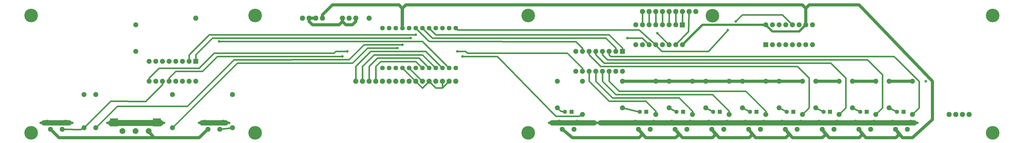
<source format=gbl>
G04 MADE WITH FRITZING*
G04 WWW.FRITZING.ORG*
G04 DOUBLE SIDED*
G04 HOLES PLATED*
G04 CONTOUR ON CENTER OF CONTOUR VECTOR*
%ASAXBY*%
%FSLAX23Y23*%
%MOIN*%
%OFA0B0*%
%SFA1.0B1.0*%
%ADD10C,0.078000*%
%ADD11C,0.039370*%
%ADD12C,0.075000*%
%ADD13C,0.204725*%
%ADD14C,0.087000*%
%ADD15C,0.088000*%
%ADD16C,0.123000*%
%ADD17C,0.062992*%
%ADD18C,0.070361*%
%ADD19R,0.075000X0.075000*%
%ADD20R,0.123000X0.123000*%
%ADD21R,0.062992X0.062992*%
%ADD22C,0.024000*%
%ADD23C,0.048000*%
%ADD24C,0.080000*%
%ADD25C,0.090000*%
%ADD26C,0.032000*%
%ADD27C,0.020000*%
%ADD28R,0.001000X0.001000*%
%LNCOPPER0*%
G90*
G70*
G54D10*
X5230Y1891D03*
X14230Y441D03*
X14130Y441D03*
X14030Y441D03*
X13930Y441D03*
G54D11*
X304Y316D03*
X779Y316D03*
X9555Y1666D03*
X9105Y1591D03*
X5730Y1491D03*
X5655Y1441D03*
X6630Y1316D03*
X4830Y1316D03*
X2980Y1541D03*
X8655Y316D03*
X7930Y316D03*
X13455Y316D03*
X1305Y316D03*
X3130Y316D03*
X2155Y316D03*
X2680Y316D03*
X5930Y1641D03*
X6555Y1391D03*
X4905Y1391D03*
X5855Y1591D03*
G54D12*
X2630Y1241D03*
X2630Y941D03*
X2530Y1241D03*
X2530Y941D03*
X2430Y1241D03*
X2430Y941D03*
X2330Y1241D03*
X2330Y941D03*
X2230Y1241D03*
X2230Y941D03*
X2130Y1241D03*
X2130Y941D03*
X2030Y1241D03*
X2030Y941D03*
X1930Y1241D03*
X1930Y941D03*
X9030Y1391D03*
X9030Y1091D03*
X8930Y1391D03*
X8930Y1091D03*
X8830Y1391D03*
X8830Y1091D03*
X8730Y1391D03*
X8730Y1091D03*
X8630Y1391D03*
X8630Y1091D03*
X8530Y1391D03*
X8530Y1091D03*
X8430Y1391D03*
X8430Y1091D03*
X8330Y1391D03*
X8330Y1091D03*
G54D10*
X2630Y1891D03*
X6530Y941D03*
X6430Y941D03*
X6330Y941D03*
X6230Y941D03*
X6130Y941D03*
X6030Y941D03*
X5930Y941D03*
X5830Y941D03*
X5730Y941D03*
X5630Y941D03*
X5530Y941D03*
X5430Y941D03*
X5330Y941D03*
X5230Y941D03*
X5130Y941D03*
X5030Y941D03*
G54D13*
X14586Y166D03*
X14586Y1931D03*
X10380Y1930D03*
X7617Y166D03*
X3523Y166D03*
X163Y166D03*
X163Y1931D03*
X7619Y1933D03*
X3522Y1932D03*
G54D10*
X10130Y1991D03*
X10030Y1991D03*
X9930Y1991D03*
X9830Y1991D03*
X9730Y1991D03*
X9630Y1991D03*
X9530Y1991D03*
X9430Y1991D03*
X9330Y1991D03*
X4230Y1891D03*
X4330Y1891D03*
X4430Y1891D03*
X4530Y1891D03*
X5030Y1891D03*
X4930Y1891D03*
X4830Y1891D03*
G54D11*
X10610Y1711D03*
X10730Y1841D03*
X13580Y941D03*
G54D12*
X2991Y220D03*
X2814Y220D03*
G54D14*
X3041Y318D03*
X2765Y318D03*
G54D15*
X1530Y191D03*
X1727Y191D03*
X1924Y191D03*
G54D16*
X1406Y322D03*
X2048Y322D03*
G54D12*
X11653Y220D03*
X11476Y220D03*
G54D14*
X11702Y318D03*
X11426Y318D03*
G54D12*
X11102Y220D03*
X10925Y220D03*
G54D14*
X11151Y318D03*
X10875Y318D03*
G54D12*
X10550Y220D03*
X10373Y220D03*
G54D14*
X10600Y318D03*
X10324Y318D03*
G54D12*
X9999Y220D03*
X9822Y220D03*
G54D14*
X10049Y318D03*
X9773Y318D03*
G54D12*
X9448Y220D03*
X9271Y220D03*
G54D14*
X9497Y318D03*
X9222Y318D03*
G54D12*
X8306Y220D03*
X8129Y220D03*
G54D14*
X8356Y318D03*
X8080Y318D03*
G54D12*
X629Y220D03*
X452Y220D03*
G54D14*
X679Y318D03*
X403Y318D03*
G54D12*
X12204Y220D03*
X12027Y220D03*
G54D14*
X12253Y318D03*
X11977Y318D03*
G54D12*
X12755Y220D03*
X12578Y220D03*
G54D14*
X12805Y318D03*
X12529Y318D03*
G54D12*
X13306Y220D03*
X13129Y220D03*
G54D14*
X13356Y318D03*
X13080Y318D03*
G54D12*
X1730Y1791D03*
X1730Y1391D03*
G54D17*
X9389Y481D03*
X9291Y481D03*
X9940Y481D03*
X9842Y481D03*
X10491Y481D03*
X10393Y481D03*
X11043Y481D03*
X10944Y481D03*
X11594Y481D03*
X11495Y481D03*
X12145Y481D03*
X12047Y481D03*
X12696Y481D03*
X12598Y481D03*
X13247Y481D03*
X13149Y481D03*
X8267Y481D03*
X8168Y481D03*
G54D12*
X8055Y941D03*
X8055Y541D03*
X13030Y941D03*
X13030Y541D03*
X12480Y941D03*
X12480Y541D03*
X11930Y941D03*
X11930Y541D03*
X11380Y941D03*
X11380Y541D03*
X10830Y941D03*
X10830Y541D03*
X10280Y941D03*
X10280Y541D03*
X9730Y941D03*
X9730Y541D03*
X9030Y941D03*
X9030Y541D03*
X13380Y441D03*
X13380Y941D03*
X12830Y441D03*
X12830Y941D03*
X12280Y441D03*
X12280Y941D03*
X11730Y441D03*
X11730Y941D03*
X11180Y441D03*
X11180Y941D03*
X10630Y441D03*
X10630Y941D03*
X10080Y441D03*
X10080Y941D03*
X9530Y441D03*
X9530Y941D03*
X8430Y441D03*
X8430Y941D03*
X1130Y241D03*
X1130Y741D03*
X2280Y241D03*
X2280Y741D03*
X3180Y241D03*
X3180Y741D03*
X955Y241D03*
X955Y741D03*
X9930Y1791D03*
X9930Y1491D03*
X9830Y1791D03*
X9830Y1491D03*
X9730Y1791D03*
X9730Y1491D03*
X9630Y1791D03*
X9630Y1491D03*
X9530Y1791D03*
X9530Y1491D03*
X9430Y1791D03*
X9430Y1491D03*
X9330Y1791D03*
X9330Y1491D03*
X9230Y1791D03*
X9230Y1491D03*
X11180Y1491D03*
X11180Y1791D03*
X11280Y1491D03*
X11280Y1791D03*
X11380Y1491D03*
X11380Y1791D03*
X11480Y1491D03*
X11480Y1791D03*
X11580Y1491D03*
X11580Y1791D03*
X11680Y1491D03*
X11680Y1791D03*
X11780Y1491D03*
X11780Y1791D03*
X11880Y1491D03*
X11880Y1791D03*
G54D18*
X5430Y1141D03*
X5530Y1141D03*
X5630Y1141D03*
X5730Y1141D03*
X5830Y1141D03*
X5930Y1141D03*
X6030Y1141D03*
X6130Y1141D03*
X6230Y1141D03*
X6330Y1141D03*
X6430Y1141D03*
X6530Y1141D03*
X5430Y1741D03*
X5530Y1741D03*
X5630Y1741D03*
X5730Y1741D03*
X5830Y1741D03*
X5930Y1741D03*
X6030Y1741D03*
X6130Y1741D03*
X6230Y1741D03*
X6330Y1741D03*
X6430Y1741D03*
X6530Y1741D03*
G54D19*
X2630Y1241D03*
X9030Y1391D03*
G54D20*
X1406Y322D03*
X2048Y322D03*
G54D21*
X9389Y481D03*
X9940Y481D03*
X10491Y481D03*
X11043Y481D03*
X11594Y481D03*
X12145Y481D03*
X12696Y481D03*
X13247Y481D03*
X8267Y481D03*
G54D19*
X11180Y1491D03*
G54D22*
X8830Y1341D02*
X8830Y1362D01*
D02*
X13480Y541D02*
X13480Y941D01*
D02*
X13480Y941D02*
X13105Y1317D01*
D02*
X13105Y1317D02*
X8855Y1316D01*
D02*
X8855Y1316D02*
X8830Y1341D01*
D02*
X13400Y461D02*
X13480Y541D01*
G54D23*
D02*
X13340Y941D02*
X13069Y941D01*
G54D24*
D02*
X733Y316D02*
X351Y316D01*
G54D23*
D02*
X2005Y91D02*
X1953Y155D01*
D02*
X2680Y91D02*
X2005Y91D01*
D02*
X2786Y192D02*
X2680Y91D01*
G54D22*
D02*
X9330Y1591D02*
X9409Y1511D01*
D02*
X9123Y1591D02*
X9330Y1591D01*
D02*
X9568Y1652D02*
X9709Y1511D01*
D02*
X9280Y1716D02*
X9508Y1510D01*
D02*
X6555Y1716D02*
X9280Y1716D01*
D02*
X6550Y1720D02*
X6555Y1716D01*
D02*
X8030Y417D02*
X8380Y415D01*
D02*
X8380Y415D02*
X8404Y428D01*
D02*
X7155Y1316D02*
X8030Y417D01*
D02*
X6648Y1316D02*
X7155Y1316D01*
D02*
X6030Y1541D02*
X6409Y1161D01*
D02*
X2998Y1541D02*
X6030Y1541D01*
D02*
X3255Y1217D02*
X2300Y261D01*
D02*
X4980Y1217D02*
X3255Y1217D01*
D02*
X5207Y1441D02*
X4980Y1217D01*
D02*
X5636Y1441D02*
X5207Y1441D01*
D02*
X2231Y991D02*
X2231Y969D01*
D02*
X2331Y1091D02*
X2231Y991D01*
D02*
X2731Y1091D02*
X2331Y1091D01*
D02*
X2954Y1317D02*
X2731Y1091D01*
D02*
X4811Y1316D02*
X2954Y1317D01*
D02*
X2505Y565D02*
X1454Y565D01*
D02*
X1454Y565D02*
X1150Y261D01*
D02*
X4931Y1269D02*
X3205Y1265D01*
D02*
X3205Y1265D02*
X2505Y565D01*
D02*
X5154Y1491D02*
X4931Y1269D01*
D02*
X5711Y1491D02*
X5154Y1491D01*
G54D24*
D02*
X13408Y316D02*
X8701Y316D01*
D02*
X8608Y316D02*
X7976Y316D01*
G54D25*
D02*
X1357Y316D02*
X2102Y316D01*
G54D24*
D02*
X3083Y316D02*
X2726Y316D01*
G54D22*
D02*
X8431Y1442D02*
X8430Y1419D01*
D02*
X8331Y1540D02*
X8431Y1442D01*
D02*
X6130Y1541D02*
X8331Y1540D01*
D02*
X5950Y1720D02*
X6130Y1541D01*
D02*
X2531Y1339D02*
X2530Y1269D01*
D02*
X2830Y1641D02*
X2531Y1339D01*
D02*
X5911Y1641D02*
X2830Y1641D01*
D02*
X8431Y1140D02*
X8430Y1119D01*
D02*
X8205Y1365D02*
X8431Y1140D01*
D02*
X6705Y1365D02*
X8205Y1365D01*
D02*
X6680Y1391D02*
X6705Y1365D01*
D02*
X6573Y1391D02*
X6680Y1391D01*
D02*
X2905Y1365D02*
X2680Y1139D01*
D02*
X2680Y1139D02*
X2080Y1139D01*
D02*
X2080Y1139D02*
X1931Y991D01*
D02*
X1931Y991D02*
X1931Y969D01*
D02*
X4704Y1365D02*
X2905Y1365D01*
D02*
X4730Y1391D02*
X4704Y1365D01*
D02*
X4886Y1391D02*
X4730Y1391D01*
D02*
X2131Y891D02*
X2131Y912D01*
D02*
X1880Y639D02*
X2131Y891D01*
D02*
X1355Y641D02*
X1880Y639D01*
D02*
X975Y261D02*
X1355Y641D01*
D02*
X2631Y1343D02*
X2630Y1269D01*
D02*
X2880Y1591D02*
X2631Y1343D01*
D02*
X5836Y1591D02*
X2880Y1591D01*
G54D23*
D02*
X5728Y2039D02*
X5729Y1781D01*
D02*
X5680Y2091D02*
X5728Y2039D01*
D02*
X4680Y2091D02*
X5680Y2091D01*
D02*
X4530Y1941D02*
X4680Y2091D01*
D02*
X4530Y1932D02*
X4530Y1941D01*
D02*
X11780Y2039D02*
X11780Y1831D01*
D02*
X11731Y2091D02*
X11780Y2039D01*
D02*
X5780Y2091D02*
X11731Y2091D01*
D02*
X5731Y2039D02*
X5780Y2091D01*
D02*
X5730Y1781D02*
X5731Y2039D01*
D02*
X11780Y2039D02*
X11831Y2091D01*
D02*
X13680Y365D02*
X13380Y91D01*
D02*
X13680Y941D02*
X13680Y365D01*
D02*
X13231Y91D02*
X13154Y189D01*
D02*
X12580Y2091D02*
X13680Y941D01*
D02*
X13380Y91D02*
X13231Y91D01*
D02*
X11831Y2091D02*
X12580Y2091D01*
D02*
X11780Y1831D02*
X11780Y2039D01*
G54D22*
D02*
X8730Y1341D02*
X8730Y1362D01*
D02*
X12930Y1041D02*
X12705Y1266D01*
D02*
X12930Y541D02*
X12930Y1041D01*
D02*
X12705Y1266D02*
X8805Y1266D01*
D02*
X8805Y1266D02*
X8730Y1341D01*
D02*
X12850Y461D02*
X12930Y541D01*
D02*
X8630Y1341D02*
X8630Y1362D01*
D02*
X12155Y1216D02*
X8755Y1216D01*
D02*
X12380Y541D02*
X12380Y991D01*
D02*
X12380Y991D02*
X12155Y1216D01*
D02*
X8755Y1216D02*
X8630Y1341D01*
D02*
X12300Y461D02*
X12380Y541D01*
D02*
X11830Y991D02*
X11655Y1166D01*
D02*
X11830Y541D02*
X11830Y991D01*
D02*
X11655Y1166D02*
X8705Y1166D01*
D02*
X8530Y1341D02*
X8530Y1362D01*
D02*
X8705Y1166D02*
X8530Y1341D01*
D02*
X11750Y461D02*
X11830Y541D01*
D02*
X8830Y941D02*
X8830Y1062D01*
D02*
X10880Y791D02*
X8980Y791D01*
D02*
X11180Y491D02*
X10880Y791D01*
D02*
X8980Y791D02*
X8830Y941D01*
D02*
X11180Y469D02*
X11180Y491D01*
D02*
X10380Y741D02*
X8930Y741D01*
D02*
X10630Y491D02*
X10380Y741D01*
D02*
X10630Y469D02*
X10630Y491D01*
D02*
X8930Y741D02*
X8730Y941D01*
D02*
X8730Y941D02*
X8730Y1062D01*
D02*
X10080Y491D02*
X9880Y691D01*
D02*
X9880Y691D02*
X8880Y691D01*
D02*
X8880Y691D02*
X8630Y941D01*
D02*
X8630Y941D02*
X8630Y1062D01*
D02*
X10080Y469D02*
X10080Y491D01*
D02*
X9530Y491D02*
X9380Y641D01*
D02*
X9380Y641D02*
X8830Y641D01*
D02*
X8830Y641D02*
X8530Y941D01*
D02*
X8530Y941D02*
X8530Y1062D01*
D02*
X9530Y469D02*
X9530Y491D01*
D02*
X6230Y1641D02*
X6150Y1720D01*
D02*
X8830Y1641D02*
X6230Y1641D01*
D02*
X9030Y1441D02*
X8830Y1641D01*
D02*
X9030Y1419D02*
X9030Y1441D01*
D02*
X6180Y1591D02*
X6050Y1720D01*
D02*
X8780Y1591D02*
X6180Y1591D01*
D02*
X8930Y1441D02*
X8780Y1591D01*
D02*
X8930Y1419D02*
X8930Y1441D01*
G54D23*
D02*
X13131Y91D02*
X12680Y91D01*
D02*
X12680Y91D02*
X12603Y189D01*
D02*
X13180Y139D02*
X13131Y91D01*
D02*
X13150Y186D02*
X13180Y139D01*
D02*
X12580Y91D02*
X12131Y91D01*
D02*
X12131Y91D02*
X12052Y189D01*
D02*
X12631Y139D02*
X12580Y91D01*
D02*
X12600Y187D02*
X12631Y139D01*
D02*
X12049Y186D02*
X12080Y139D01*
D02*
X12080Y139D02*
X12028Y91D01*
D02*
X12028Y91D02*
X11580Y91D01*
D02*
X11580Y91D02*
X11501Y189D01*
D02*
X11028Y91D02*
X10949Y189D01*
D02*
X11480Y91D02*
X11028Y91D01*
D02*
X11531Y139D02*
X11480Y91D01*
D02*
X11498Y187D02*
X11531Y139D01*
D02*
X10480Y91D02*
X10399Y189D01*
D02*
X10931Y91D02*
X10480Y91D01*
D02*
X10980Y139D02*
X10931Y91D01*
D02*
X10947Y187D02*
X10980Y139D01*
D02*
X10428Y139D02*
X10380Y91D01*
D02*
X10380Y91D02*
X9931Y91D01*
D02*
X10396Y187D02*
X10428Y139D01*
D02*
X9931Y91D02*
X9848Y189D01*
D02*
X9380Y91D02*
X9297Y189D01*
D02*
X9828Y91D02*
X9380Y91D01*
D02*
X9880Y139D02*
X9828Y91D01*
D02*
X9845Y187D02*
X9880Y139D01*
D02*
X8159Y194D02*
X8280Y91D01*
D02*
X8280Y91D02*
X9280Y91D01*
D02*
X9280Y91D02*
X9330Y141D01*
D02*
X9330Y141D02*
X9295Y188D01*
D02*
X9569Y941D02*
X9690Y941D01*
D02*
X9069Y941D02*
X9490Y941D01*
D02*
X10119Y941D02*
X10240Y941D01*
D02*
X9769Y941D02*
X10040Y941D01*
D02*
X10319Y941D02*
X10590Y941D01*
D02*
X10669Y941D02*
X10790Y941D01*
D02*
X11219Y941D02*
X11340Y941D01*
D02*
X10869Y941D02*
X11140Y941D01*
D02*
X11419Y941D02*
X11690Y941D01*
D02*
X11969Y941D02*
X12240Y941D01*
D02*
X12519Y941D02*
X12790Y941D01*
D02*
X4830Y1841D02*
X4780Y1791D01*
D02*
X4830Y1850D02*
X4830Y1841D01*
D02*
X4780Y1791D02*
X4380Y1791D01*
D02*
X4330Y1841D02*
X4330Y1850D01*
D02*
X4380Y1791D02*
X4330Y1841D01*
D02*
X4980Y1791D02*
X5030Y1841D01*
D02*
X5030Y1841D02*
X5030Y1850D01*
D02*
X4880Y1791D02*
X4980Y1791D01*
D02*
X4830Y1841D02*
X4880Y1791D01*
D02*
X4830Y1850D02*
X4830Y1841D01*
D02*
X4371Y1891D02*
X4388Y1891D01*
G54D22*
D02*
X5031Y1165D02*
X5030Y971D01*
D02*
X5254Y1391D02*
X5031Y1165D01*
D02*
X6080Y1391D02*
X5254Y1391D01*
D02*
X6309Y1161D02*
X6080Y1391D01*
D02*
X5131Y1165D02*
X5130Y971D01*
D02*
X5305Y1339D02*
X5131Y1165D01*
D02*
X6031Y1339D02*
X5305Y1339D01*
D02*
X6209Y1161D02*
X6031Y1339D01*
D02*
X5231Y1165D02*
X5230Y971D01*
D02*
X5354Y1291D02*
X5231Y1165D01*
D02*
X5980Y1291D02*
X5354Y1291D01*
D02*
X6109Y1161D02*
X5980Y1291D01*
D02*
X5331Y1165D02*
X5330Y971D01*
D02*
X5405Y1239D02*
X5331Y1165D01*
D02*
X5931Y1239D02*
X5405Y1239D01*
D02*
X6009Y1161D02*
X5931Y1239D01*
D02*
X6408Y920D02*
X6328Y843D01*
D02*
X6328Y843D02*
X6231Y843D01*
D02*
X6231Y843D02*
X6151Y920D01*
D02*
X5750Y1120D02*
X5908Y962D01*
D02*
X6008Y962D02*
X5850Y1120D01*
D02*
X6031Y839D02*
X5951Y920D01*
D02*
X6109Y919D02*
X6031Y839D01*
D02*
X6228Y843D02*
X6151Y920D01*
D02*
X6331Y843D02*
X6228Y843D01*
D02*
X6330Y911D02*
X6331Y843D01*
D02*
X10597Y1697D02*
X10320Y1391D01*
D02*
X10320Y1391D02*
X9620Y1391D01*
D02*
X9620Y1391D02*
X9549Y1470D01*
G54D26*
D02*
X10230Y1791D02*
X9954Y1515D01*
D02*
X11145Y1791D02*
X10230Y1791D01*
G54D22*
D02*
X10020Y1691D02*
X10029Y1961D01*
D02*
X9849Y1512D02*
X10020Y1691D01*
D02*
X9330Y1819D02*
X9330Y1961D01*
D02*
X9430Y1819D02*
X9430Y1961D01*
D02*
X9530Y1819D02*
X9530Y1961D01*
D02*
X9630Y1819D02*
X9630Y1961D01*
D02*
X9730Y1819D02*
X9730Y1961D01*
D02*
X9830Y1819D02*
X9830Y1961D01*
D02*
X9930Y1819D02*
X9930Y1961D01*
D02*
X10828Y1943D02*
X10743Y1855D01*
D02*
X11430Y1941D02*
X10828Y1943D01*
D02*
X11559Y1811D02*
X11430Y1941D01*
G54D23*
D02*
X2680Y91D02*
X2786Y192D01*
D02*
X580Y91D02*
X2680Y91D01*
D02*
X480Y191D02*
X579Y91D01*
G54D22*
D02*
X905Y216D02*
X929Y228D01*
D02*
X658Y219D02*
X904Y216D01*
D02*
X3020Y223D02*
X3151Y238D01*
D02*
X12023Y494D02*
X11955Y528D01*
D02*
X12574Y494D02*
X12505Y528D01*
D02*
X13125Y493D02*
X13055Y528D01*
D02*
X11471Y494D02*
X11405Y528D01*
D02*
X10920Y494D02*
X10855Y528D01*
D02*
X10369Y494D02*
X10305Y528D01*
D02*
X9818Y494D02*
X9755Y527D01*
D02*
X9264Y487D02*
X9057Y535D01*
D02*
X8105Y491D02*
X8075Y521D01*
D02*
X8142Y485D02*
X8105Y491D01*
G54D26*
D02*
X11280Y1691D02*
X11204Y1767D01*
D02*
X11680Y1691D02*
X11280Y1691D01*
D02*
X11755Y1767D02*
X11680Y1691D01*
G54D27*
X9957Y1763D02*
X9902Y1763D01*
X9902Y1818D01*
X9957Y1818D01*
X9957Y1763D01*
D02*
G54D28*
D02*
G04 End of Copper0*
M02*
</source>
